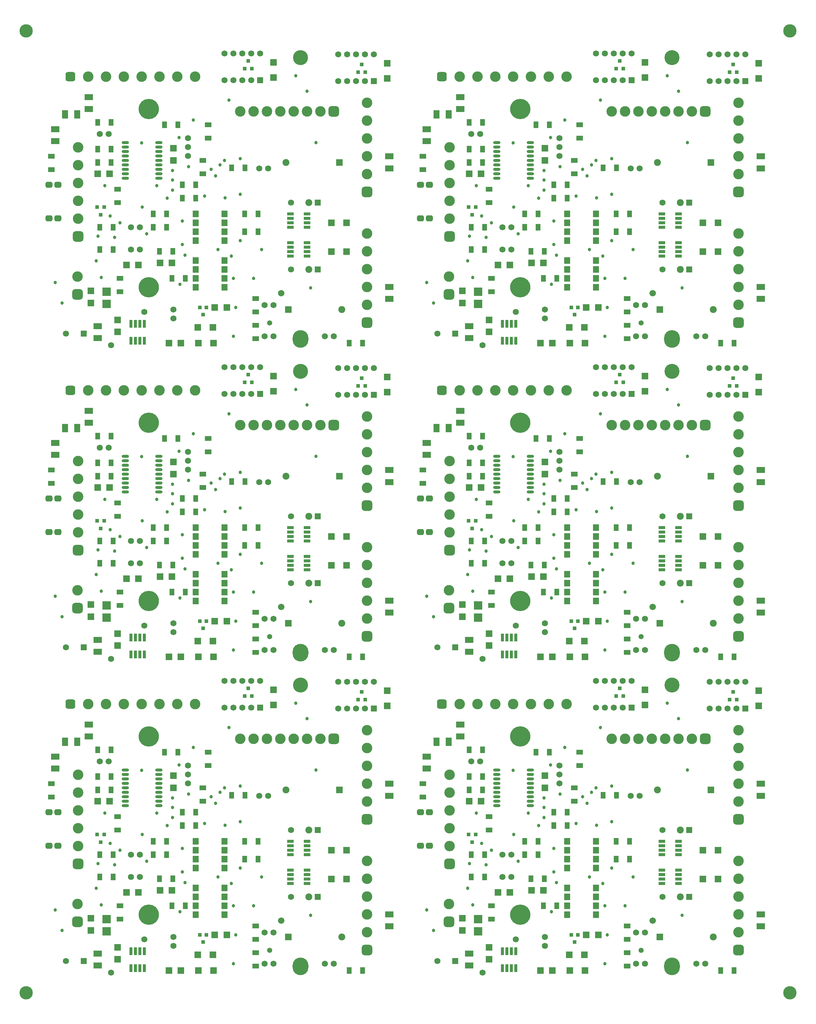
<source format=gts>
G04*
G04 #@! TF.GenerationSoftware,Altium Limited,Altium Designer,18.1.9 (240)*
G04*
G04 Layer_Color=8388736*
%FSLAX24Y24*%
%MOIN*%
G70*
G01*
G75*
%ADD55C,0.1500*%
%ADD56R,0.0680X0.0980*%
%ADD57R,0.0980X0.0680*%
%ADD58R,0.0720X0.0720*%
%ADD59R,0.0430X0.0390*%
%ADD60R,0.0780X0.0580*%
%ADD61R,0.0580X0.0780*%
%ADD62R,0.0720X0.0720*%
%ADD63R,0.0420X0.0420*%
G04:AMPARAMS|DCode=64|XSize=68mil|YSize=78mil|CornerRadius=19mil|HoleSize=0mil|Usage=FLASHONLY|Rotation=90.000|XOffset=0mil|YOffset=0mil|HoleType=Round|Shape=RoundedRectangle|*
%AMROUNDEDRECTD64*
21,1,0.0680,0.0400,0,0,90.0*
21,1,0.0300,0.0780,0,0,90.0*
1,1,0.0380,0.0200,0.0150*
1,1,0.0380,0.0200,-0.0150*
1,1,0.0380,-0.0200,-0.0150*
1,1,0.0380,-0.0200,0.0150*
%
%ADD64ROUNDEDRECTD64*%
%ADD65R,0.0340X0.0880*%
%ADD66R,0.0980X0.0980*%
%ADD67R,0.0680X0.0780*%
%ADD68R,0.0780X0.0360*%
%ADD69O,0.0820X0.0320*%
%ADD70C,0.0780*%
%ADD71C,0.0680*%
%ADD72C,0.2280*%
%ADD73R,0.0730X0.0730*%
%ADD74O,0.1780X0.1980*%
%ADD75R,0.0680X0.0680*%
%ADD76C,0.1680*%
%ADD77R,0.0680X0.0680*%
%ADD78C,0.1180*%
G04:AMPARAMS|DCode=79|XSize=108mil|YSize=108mil|CornerRadius=29mil|HoleSize=0mil|Usage=FLASHONLY|Rotation=270.000|XOffset=0mil|YOffset=0mil|HoleType=Round|Shape=RoundedRectangle|*
%AMROUNDEDRECTD79*
21,1,0.1080,0.0500,0,0,270.0*
21,1,0.0500,0.1080,0,0,270.0*
1,1,0.0580,-0.0250,-0.0250*
1,1,0.0580,-0.0250,0.0250*
1,1,0.0580,0.0250,0.0250*
1,1,0.0580,0.0250,-0.0250*
%
%ADD79ROUNDEDRECTD79*%
G04:AMPARAMS|DCode=80|XSize=118mil|YSize=118mil|CornerRadius=31.5mil|HoleSize=0mil|Usage=FLASHONLY|Rotation=180.000|XOffset=0mil|YOffset=0mil|HoleType=Round|Shape=RoundedRectangle|*
%AMROUNDEDRECTD80*
21,1,0.1180,0.0550,0,0,180.0*
21,1,0.0550,0.1180,0,0,180.0*
1,1,0.0630,-0.0275,0.0275*
1,1,0.0630,0.0275,0.0275*
1,1,0.0630,0.0275,-0.0275*
1,1,0.0630,-0.0275,-0.0275*
%
%ADD80ROUNDEDRECTD80*%
G04:AMPARAMS|DCode=81|XSize=118mil|YSize=118mil|CornerRadius=31.5mil|HoleSize=0mil|Usage=FLASHONLY|Rotation=270.000|XOffset=0mil|YOffset=0mil|HoleType=Round|Shape=RoundedRectangle|*
%AMROUNDEDRECTD81*
21,1,0.1180,0.0550,0,0,270.0*
21,1,0.0550,0.1180,0,0,270.0*
1,1,0.0630,-0.0275,-0.0275*
1,1,0.0630,-0.0275,0.0275*
1,1,0.0630,0.0275,0.0275*
1,1,0.0630,0.0275,-0.0275*
%
%ADD81ROUNDEDRECTD81*%
%ADD82C,0.0380*%
%ADD83C,0.0720*%
%ADD84C,0.0580*%
D55*
X1250Y1250D02*
D03*
X87000D02*
D03*
Y109200D02*
D03*
X1250D02*
D03*
D56*
X6975Y29425D02*
D03*
X5625D02*
D03*
X48675D02*
D03*
X47325D02*
D03*
X6975Y64625D02*
D03*
X5625D02*
D03*
X48675D02*
D03*
X47325D02*
D03*
X6975Y99825D02*
D03*
X5625D02*
D03*
X48675D02*
D03*
X47325D02*
D03*
D57*
X9275Y5675D02*
D03*
Y4325D02*
D03*
X8275Y30025D02*
D03*
Y31375D02*
D03*
X42025Y10075D02*
D03*
Y8725D02*
D03*
Y24725D02*
D03*
Y23375D02*
D03*
X4525Y27775D02*
D03*
Y26425D02*
D03*
X50975Y5675D02*
D03*
Y4325D02*
D03*
X49975Y30025D02*
D03*
Y31375D02*
D03*
X83725Y10075D02*
D03*
Y8725D02*
D03*
Y24725D02*
D03*
Y23375D02*
D03*
X46225Y27775D02*
D03*
Y26425D02*
D03*
X9275Y40875D02*
D03*
Y39525D02*
D03*
X8275Y65225D02*
D03*
Y66575D02*
D03*
X42025Y45275D02*
D03*
Y43925D02*
D03*
Y59925D02*
D03*
Y58575D02*
D03*
X4525Y62975D02*
D03*
Y61625D02*
D03*
X50975Y40875D02*
D03*
Y39525D02*
D03*
X49975Y65225D02*
D03*
Y66575D02*
D03*
X83725Y45275D02*
D03*
Y43925D02*
D03*
Y59925D02*
D03*
Y58575D02*
D03*
X46225Y62975D02*
D03*
Y61625D02*
D03*
X9275Y76075D02*
D03*
Y74725D02*
D03*
X8275Y100425D02*
D03*
Y101775D02*
D03*
X42025Y80475D02*
D03*
Y79125D02*
D03*
Y95125D02*
D03*
Y93775D02*
D03*
X4525Y98175D02*
D03*
Y96825D02*
D03*
X50975Y76075D02*
D03*
Y74725D02*
D03*
X49975Y100425D02*
D03*
Y101775D02*
D03*
X83725Y80475D02*
D03*
Y79125D02*
D03*
Y95125D02*
D03*
Y93775D02*
D03*
X46225Y98175D02*
D03*
Y96825D02*
D03*
D58*
X11525Y5025D02*
D03*
Y6365D02*
D03*
X17775Y24275D02*
D03*
Y25615D02*
D03*
X8525Y8275D02*
D03*
Y9615D02*
D03*
X41775Y35175D02*
D03*
Y33475D02*
D03*
X29025Y35275D02*
D03*
Y33575D02*
D03*
X53225Y5025D02*
D03*
Y6365D02*
D03*
X59475Y24275D02*
D03*
Y25615D02*
D03*
X50225Y8275D02*
D03*
Y9615D02*
D03*
X83475Y35175D02*
D03*
Y33475D02*
D03*
X70725Y35275D02*
D03*
Y33575D02*
D03*
X11525Y40225D02*
D03*
Y41565D02*
D03*
X17775Y59475D02*
D03*
Y60815D02*
D03*
X8525Y43475D02*
D03*
Y44815D02*
D03*
X41775Y70375D02*
D03*
Y68675D02*
D03*
X29025Y70475D02*
D03*
Y68775D02*
D03*
X53225Y40225D02*
D03*
Y41565D02*
D03*
X59475Y59475D02*
D03*
Y60815D02*
D03*
X50225Y43475D02*
D03*
Y44815D02*
D03*
X83475Y70375D02*
D03*
Y68675D02*
D03*
X70725Y70475D02*
D03*
Y68775D02*
D03*
X11525Y75425D02*
D03*
Y76765D02*
D03*
X17775Y94675D02*
D03*
Y96015D02*
D03*
X8525Y78675D02*
D03*
Y80015D02*
D03*
X41775Y105575D02*
D03*
Y103875D02*
D03*
X29025Y105675D02*
D03*
Y103975D02*
D03*
X53225Y75425D02*
D03*
Y76765D02*
D03*
X59475Y94675D02*
D03*
Y96015D02*
D03*
X50225Y78675D02*
D03*
Y80015D02*
D03*
X83475Y105575D02*
D03*
Y103875D02*
D03*
X70725Y105675D02*
D03*
Y103975D02*
D03*
D59*
X21495Y7765D02*
D03*
X21125Y6975D02*
D03*
X20755Y7765D02*
D03*
X63195D02*
D03*
X62825Y6975D02*
D03*
X62455Y7765D02*
D03*
X21495Y42965D02*
D03*
X21125Y42175D02*
D03*
X20755Y42965D02*
D03*
X63195D02*
D03*
X62825Y42175D02*
D03*
X62455Y42965D02*
D03*
X21495Y78165D02*
D03*
X21125Y77375D02*
D03*
X20755Y78165D02*
D03*
X63195D02*
D03*
X62825Y77375D02*
D03*
X62455Y78165D02*
D03*
D60*
X21675Y28275D02*
D03*
Y26775D02*
D03*
X27025Y4275D02*
D03*
Y5775D02*
D03*
Y7275D02*
D03*
Y8775D02*
D03*
X21075Y24275D02*
D03*
Y22775D02*
D03*
X11525Y21025D02*
D03*
Y19525D02*
D03*
X4075Y24725D02*
D03*
Y23225D02*
D03*
X11775Y11025D02*
D03*
Y9525D02*
D03*
X63375Y28275D02*
D03*
Y26775D02*
D03*
X68725Y4275D02*
D03*
Y5775D02*
D03*
Y7275D02*
D03*
Y8775D02*
D03*
X62775Y24275D02*
D03*
Y22775D02*
D03*
X53225Y21025D02*
D03*
Y19525D02*
D03*
X45775Y24725D02*
D03*
Y23225D02*
D03*
X53475Y11025D02*
D03*
Y9525D02*
D03*
X21675Y63475D02*
D03*
Y61975D02*
D03*
X27025Y39475D02*
D03*
Y40975D02*
D03*
Y42475D02*
D03*
Y43975D02*
D03*
X21075Y59475D02*
D03*
Y57975D02*
D03*
X11525Y56225D02*
D03*
Y54725D02*
D03*
X4075Y59925D02*
D03*
Y58425D02*
D03*
X11775Y46225D02*
D03*
Y44725D02*
D03*
X63375Y63475D02*
D03*
Y61975D02*
D03*
X68725Y39475D02*
D03*
Y40975D02*
D03*
Y42475D02*
D03*
Y43975D02*
D03*
X62775Y59475D02*
D03*
Y57975D02*
D03*
X53225Y56225D02*
D03*
Y54725D02*
D03*
X45775Y59925D02*
D03*
Y58425D02*
D03*
X53475Y46225D02*
D03*
Y44725D02*
D03*
X21675Y98675D02*
D03*
Y97175D02*
D03*
X27025Y74675D02*
D03*
Y76175D02*
D03*
Y77675D02*
D03*
Y79175D02*
D03*
X21075Y94675D02*
D03*
Y93175D02*
D03*
X11525Y91425D02*
D03*
Y89925D02*
D03*
X4075Y95125D02*
D03*
Y93625D02*
D03*
X11775Y81425D02*
D03*
Y79925D02*
D03*
X63375Y98675D02*
D03*
Y97175D02*
D03*
X68725Y74675D02*
D03*
Y76175D02*
D03*
Y77675D02*
D03*
Y79175D02*
D03*
X62775Y94675D02*
D03*
Y93175D02*
D03*
X53225Y91425D02*
D03*
Y89925D02*
D03*
X45775Y95125D02*
D03*
Y93625D02*
D03*
X53475Y81425D02*
D03*
Y79925D02*
D03*
D61*
X9525Y14275D02*
D03*
X11025D02*
D03*
X9525Y16775D02*
D03*
X11025D02*
D03*
X10775Y25525D02*
D03*
X9275D02*
D03*
Y28525D02*
D03*
X10775D02*
D03*
X27275Y16275D02*
D03*
X25775D02*
D03*
X10775Y24025D02*
D03*
X9275D02*
D03*
X27275Y18275D02*
D03*
X25775D02*
D03*
X37525Y3775D02*
D03*
X39025D02*
D03*
X25825Y23425D02*
D03*
X24325D02*
D03*
X17725Y14075D02*
D03*
X16225D02*
D03*
X15525Y16775D02*
D03*
X17025D02*
D03*
X20275Y20025D02*
D03*
X18775D02*
D03*
X16775Y28275D02*
D03*
X18275D02*
D03*
X18775Y21525D02*
D03*
X20275D02*
D03*
X15525Y18275D02*
D03*
X17025D02*
D03*
X17625Y11025D02*
D03*
X19125D02*
D03*
X51225Y14275D02*
D03*
X52725D02*
D03*
X51225Y16775D02*
D03*
X52725D02*
D03*
X52475Y25525D02*
D03*
X50975D02*
D03*
Y28525D02*
D03*
X52475D02*
D03*
X68975Y16275D02*
D03*
X67475D02*
D03*
X52475Y24025D02*
D03*
X50975D02*
D03*
X68975Y18275D02*
D03*
X67475D02*
D03*
X79225Y3775D02*
D03*
X80725D02*
D03*
X67525Y23425D02*
D03*
X66025D02*
D03*
X59425Y14075D02*
D03*
X57925D02*
D03*
X57225Y16775D02*
D03*
X58725D02*
D03*
X61975Y20025D02*
D03*
X60475D02*
D03*
X58475Y28275D02*
D03*
X59975D02*
D03*
X60475Y21525D02*
D03*
X61975D02*
D03*
X57225Y18275D02*
D03*
X58725D02*
D03*
X59325Y11025D02*
D03*
X60825D02*
D03*
X9525Y49475D02*
D03*
X11025D02*
D03*
X9525Y51975D02*
D03*
X11025D02*
D03*
X10775Y60725D02*
D03*
X9275D02*
D03*
Y63725D02*
D03*
X10775D02*
D03*
X27275Y51475D02*
D03*
X25775D02*
D03*
X10775Y59225D02*
D03*
X9275D02*
D03*
X27275Y53475D02*
D03*
X25775D02*
D03*
X37525Y38975D02*
D03*
X39025D02*
D03*
X25825Y58625D02*
D03*
X24325D02*
D03*
X17725Y49275D02*
D03*
X16225D02*
D03*
X15525Y51975D02*
D03*
X17025D02*
D03*
X20275Y55225D02*
D03*
X18775D02*
D03*
X16775Y63475D02*
D03*
X18275D02*
D03*
X18775Y56725D02*
D03*
X20275D02*
D03*
X15525Y53475D02*
D03*
X17025D02*
D03*
X17625Y46225D02*
D03*
X19125D02*
D03*
X51225Y49475D02*
D03*
X52725D02*
D03*
X51225Y51975D02*
D03*
X52725D02*
D03*
X52475Y60725D02*
D03*
X50975D02*
D03*
Y63725D02*
D03*
X52475D02*
D03*
X68975Y51475D02*
D03*
X67475D02*
D03*
X52475Y59225D02*
D03*
X50975D02*
D03*
X68975Y53475D02*
D03*
X67475D02*
D03*
X79225Y38975D02*
D03*
X80725D02*
D03*
X67525Y58625D02*
D03*
X66025D02*
D03*
X59425Y49275D02*
D03*
X57925D02*
D03*
X57225Y51975D02*
D03*
X58725D02*
D03*
X61975Y55225D02*
D03*
X60475D02*
D03*
X58475Y63475D02*
D03*
X59975D02*
D03*
X60475Y56725D02*
D03*
X61975D02*
D03*
X57225Y53475D02*
D03*
X58725D02*
D03*
X59325Y46225D02*
D03*
X60825D02*
D03*
X9525Y84675D02*
D03*
X11025D02*
D03*
X9525Y87175D02*
D03*
X11025D02*
D03*
X10775Y95925D02*
D03*
X9275D02*
D03*
Y98925D02*
D03*
X10775D02*
D03*
X27275Y86675D02*
D03*
X25775D02*
D03*
X10775Y94425D02*
D03*
X9275D02*
D03*
X27275Y88675D02*
D03*
X25775D02*
D03*
X37525Y74175D02*
D03*
X39025D02*
D03*
X25825Y93825D02*
D03*
X24325D02*
D03*
X17725Y84475D02*
D03*
X16225D02*
D03*
X15525Y87175D02*
D03*
X17025D02*
D03*
X20275Y90425D02*
D03*
X18775D02*
D03*
X16775Y98675D02*
D03*
X18275D02*
D03*
X18775Y91925D02*
D03*
X20275D02*
D03*
X15525Y88675D02*
D03*
X17025D02*
D03*
X17625Y81425D02*
D03*
X19125D02*
D03*
X51225Y84675D02*
D03*
X52725D02*
D03*
X51225Y87175D02*
D03*
X52725D02*
D03*
X52475Y95925D02*
D03*
X50975D02*
D03*
Y98925D02*
D03*
X52475D02*
D03*
X68975Y86675D02*
D03*
X67475D02*
D03*
X52475Y94425D02*
D03*
X50975D02*
D03*
X68975Y88675D02*
D03*
X67475D02*
D03*
X79225Y74175D02*
D03*
X80725D02*
D03*
X67525Y93825D02*
D03*
X66025D02*
D03*
X59425Y84475D02*
D03*
X57925D02*
D03*
X57225Y87175D02*
D03*
X58725D02*
D03*
X61975Y90425D02*
D03*
X60475D02*
D03*
X58475Y98675D02*
D03*
X59975D02*
D03*
X60475Y91925D02*
D03*
X61975D02*
D03*
X57225Y88675D02*
D03*
X58725D02*
D03*
X59325Y81425D02*
D03*
X60825D02*
D03*
D62*
X9275Y22775D02*
D03*
X10615D02*
D03*
X12525Y12525D02*
D03*
X13865D02*
D03*
X22275Y3775D02*
D03*
X20575D02*
D03*
X20525Y5525D02*
D03*
X22225D02*
D03*
X23775Y7775D02*
D03*
X22435D02*
D03*
X35525Y17275D02*
D03*
X37225D02*
D03*
X35525Y14025D02*
D03*
X37225D02*
D03*
X17275Y3775D02*
D03*
X18615D02*
D03*
X16275Y12775D02*
D03*
X17615D02*
D03*
X50975Y22775D02*
D03*
X52315D02*
D03*
X54225Y12525D02*
D03*
X55565D02*
D03*
X63975Y3775D02*
D03*
X62275D02*
D03*
X62225Y5525D02*
D03*
X63925D02*
D03*
X65475Y7775D02*
D03*
X64135D02*
D03*
X77225Y17275D02*
D03*
X78925D02*
D03*
X77225Y14025D02*
D03*
X78925D02*
D03*
X58975Y3775D02*
D03*
X60315D02*
D03*
X57975Y12775D02*
D03*
X59315D02*
D03*
X9275Y57975D02*
D03*
X10615D02*
D03*
X12525Y47725D02*
D03*
X13865D02*
D03*
X22275Y38975D02*
D03*
X20575D02*
D03*
X20525Y40725D02*
D03*
X22225D02*
D03*
X23775Y42975D02*
D03*
X22435D02*
D03*
X35525Y52475D02*
D03*
X37225D02*
D03*
X35525Y49225D02*
D03*
X37225D02*
D03*
X17275Y38975D02*
D03*
X18615D02*
D03*
X16275Y47975D02*
D03*
X17615D02*
D03*
X50975Y57975D02*
D03*
X52315D02*
D03*
X54225Y47725D02*
D03*
X55565D02*
D03*
X63975Y38975D02*
D03*
X62275D02*
D03*
X62225Y40725D02*
D03*
X63925D02*
D03*
X65475Y42975D02*
D03*
X64135D02*
D03*
X77225Y52475D02*
D03*
X78925D02*
D03*
X77225Y49225D02*
D03*
X78925D02*
D03*
X58975Y38975D02*
D03*
X60315D02*
D03*
X57975Y47975D02*
D03*
X59315D02*
D03*
X9275Y93175D02*
D03*
X10615D02*
D03*
X12525Y82925D02*
D03*
X13865D02*
D03*
X22275Y74175D02*
D03*
X20575D02*
D03*
X20525Y75925D02*
D03*
X22225D02*
D03*
X23775Y78175D02*
D03*
X22435D02*
D03*
X35525Y87675D02*
D03*
X37225D02*
D03*
X35525Y84425D02*
D03*
X37225D02*
D03*
X17275Y74175D02*
D03*
X18615D02*
D03*
X16275Y83175D02*
D03*
X17615D02*
D03*
X50975Y93175D02*
D03*
X52315D02*
D03*
X54225Y82925D02*
D03*
X55565D02*
D03*
X63975Y74175D02*
D03*
X62275D02*
D03*
X62225Y75925D02*
D03*
X63925D02*
D03*
X65475Y78175D02*
D03*
X64135D02*
D03*
X77225Y87675D02*
D03*
X78925D02*
D03*
X77225Y84425D02*
D03*
X78925D02*
D03*
X58975Y74175D02*
D03*
X60315D02*
D03*
X57975Y83175D02*
D03*
X59315D02*
D03*
D63*
X25775Y34575D02*
D03*
X26575D02*
D03*
X26175Y35445D02*
D03*
X38525Y34175D02*
D03*
X39325D02*
D03*
X38925Y35045D02*
D03*
X10025Y19025D02*
D03*
X9225D02*
D03*
X9625Y18155D02*
D03*
X67475Y34575D02*
D03*
X68275D02*
D03*
X67875Y35445D02*
D03*
X80225Y34175D02*
D03*
X81025D02*
D03*
X80625Y35045D02*
D03*
X51725Y19025D02*
D03*
X50925D02*
D03*
X51325Y18155D02*
D03*
X25775Y69775D02*
D03*
X26575D02*
D03*
X26175Y70645D02*
D03*
X38525Y69375D02*
D03*
X39325D02*
D03*
X38925Y70245D02*
D03*
X10025Y54225D02*
D03*
X9225D02*
D03*
X9625Y53355D02*
D03*
X67475Y69775D02*
D03*
X68275D02*
D03*
X67875Y70645D02*
D03*
X80225Y69375D02*
D03*
X81025D02*
D03*
X80625Y70245D02*
D03*
X51725Y54225D02*
D03*
X50925D02*
D03*
X51325Y53355D02*
D03*
X25775Y104975D02*
D03*
X26575D02*
D03*
X26175Y105845D02*
D03*
X38525Y104575D02*
D03*
X39325D02*
D03*
X38925Y105445D02*
D03*
X10025Y89425D02*
D03*
X9225D02*
D03*
X9625Y88555D02*
D03*
X67475Y104975D02*
D03*
X68275D02*
D03*
X67875Y105845D02*
D03*
X80225Y104575D02*
D03*
X81025D02*
D03*
X80625Y105445D02*
D03*
X51725Y89425D02*
D03*
X50925D02*
D03*
X51325Y88555D02*
D03*
D64*
X4825Y17775D02*
D03*
Y21525D02*
D03*
X3825Y17775D02*
D03*
Y21525D02*
D03*
X46525Y17775D02*
D03*
Y21525D02*
D03*
X45525Y17775D02*
D03*
Y21525D02*
D03*
X4825Y52975D02*
D03*
Y56725D02*
D03*
X3825Y52975D02*
D03*
Y56725D02*
D03*
X46525Y52975D02*
D03*
Y56725D02*
D03*
X45525Y52975D02*
D03*
Y56725D02*
D03*
X4825Y88175D02*
D03*
Y91925D02*
D03*
X3825Y88175D02*
D03*
Y91925D02*
D03*
X46525Y88175D02*
D03*
Y91925D02*
D03*
X45525Y88175D02*
D03*
Y91925D02*
D03*
D65*
X14025Y5925D02*
D03*
X13525D02*
D03*
X14525D02*
D03*
X13025D02*
D03*
Y4025D02*
D03*
X13525D02*
D03*
X14025D02*
D03*
X14525D02*
D03*
X55725Y5925D02*
D03*
X55225D02*
D03*
X56225D02*
D03*
X54725D02*
D03*
Y4025D02*
D03*
X55225D02*
D03*
X55725D02*
D03*
X56225D02*
D03*
X14025Y41125D02*
D03*
X13525D02*
D03*
X14525D02*
D03*
X13025D02*
D03*
Y39225D02*
D03*
X13525D02*
D03*
X14025D02*
D03*
X14525D02*
D03*
X55725Y41125D02*
D03*
X55225D02*
D03*
X56225D02*
D03*
X54725D02*
D03*
Y39225D02*
D03*
X55225D02*
D03*
X55725D02*
D03*
X56225D02*
D03*
X14025Y76325D02*
D03*
X13525D02*
D03*
X14525D02*
D03*
X13025D02*
D03*
Y74425D02*
D03*
X13525D02*
D03*
X14025D02*
D03*
X14525D02*
D03*
X55725Y76325D02*
D03*
X55225D02*
D03*
X56225D02*
D03*
X54725D02*
D03*
Y74425D02*
D03*
X55225D02*
D03*
X55725D02*
D03*
X56225D02*
D03*
D66*
X10275Y9525D02*
D03*
Y8175D02*
D03*
X51975Y9525D02*
D03*
Y8175D02*
D03*
X10275Y44725D02*
D03*
Y43375D02*
D03*
X51975Y44725D02*
D03*
Y43375D02*
D03*
X10275Y79925D02*
D03*
Y78575D02*
D03*
X51975Y79925D02*
D03*
Y78575D02*
D03*
D67*
X20275Y16275D02*
D03*
Y15275D02*
D03*
Y18275D02*
D03*
Y17275D02*
D03*
X23525Y15275D02*
D03*
Y16275D02*
D03*
Y17275D02*
D03*
Y18275D02*
D03*
Y12025D02*
D03*
Y13025D02*
D03*
Y10025D02*
D03*
Y11025D02*
D03*
X20275Y13025D02*
D03*
Y12025D02*
D03*
Y11025D02*
D03*
Y10025D02*
D03*
X61975Y16275D02*
D03*
Y15275D02*
D03*
Y18275D02*
D03*
Y17275D02*
D03*
X65225Y15275D02*
D03*
Y16275D02*
D03*
Y17275D02*
D03*
Y18275D02*
D03*
Y12025D02*
D03*
Y13025D02*
D03*
Y10025D02*
D03*
Y11025D02*
D03*
X61975Y13025D02*
D03*
Y12025D02*
D03*
Y11025D02*
D03*
Y10025D02*
D03*
X20275Y51475D02*
D03*
Y50475D02*
D03*
Y53475D02*
D03*
Y52475D02*
D03*
X23525Y50475D02*
D03*
Y51475D02*
D03*
Y52475D02*
D03*
Y53475D02*
D03*
Y47225D02*
D03*
Y48225D02*
D03*
Y45225D02*
D03*
Y46225D02*
D03*
X20275Y48225D02*
D03*
Y47225D02*
D03*
Y46225D02*
D03*
Y45225D02*
D03*
X61975Y51475D02*
D03*
Y50475D02*
D03*
Y53475D02*
D03*
Y52475D02*
D03*
X65225Y50475D02*
D03*
Y51475D02*
D03*
Y52475D02*
D03*
Y53475D02*
D03*
Y47225D02*
D03*
Y48225D02*
D03*
Y45225D02*
D03*
Y46225D02*
D03*
X61975Y48225D02*
D03*
Y47225D02*
D03*
Y46225D02*
D03*
Y45225D02*
D03*
X20275Y86675D02*
D03*
Y85675D02*
D03*
Y88675D02*
D03*
Y87675D02*
D03*
X23525Y85675D02*
D03*
Y86675D02*
D03*
Y87675D02*
D03*
Y88675D02*
D03*
Y82425D02*
D03*
Y83425D02*
D03*
Y80425D02*
D03*
Y81425D02*
D03*
X20275Y83425D02*
D03*
Y82425D02*
D03*
Y81425D02*
D03*
Y80425D02*
D03*
X61975Y86675D02*
D03*
Y85675D02*
D03*
Y88675D02*
D03*
Y87675D02*
D03*
X65225Y85675D02*
D03*
Y86675D02*
D03*
Y87675D02*
D03*
Y88675D02*
D03*
Y82425D02*
D03*
Y83425D02*
D03*
Y80425D02*
D03*
Y81425D02*
D03*
X61975Y83425D02*
D03*
Y82425D02*
D03*
Y81425D02*
D03*
Y80425D02*
D03*
D68*
X32775Y15025D02*
D03*
Y13525D02*
D03*
Y14025D02*
D03*
Y14525D02*
D03*
X30925Y15025D02*
D03*
Y14025D02*
D03*
Y13525D02*
D03*
Y14525D02*
D03*
X32775Y18275D02*
D03*
Y16775D02*
D03*
Y17275D02*
D03*
Y17775D02*
D03*
X30925Y18275D02*
D03*
Y17275D02*
D03*
Y16775D02*
D03*
Y17775D02*
D03*
X74475Y15025D02*
D03*
Y13525D02*
D03*
Y14025D02*
D03*
Y14525D02*
D03*
X72625Y15025D02*
D03*
Y14025D02*
D03*
Y13525D02*
D03*
Y14525D02*
D03*
X74475Y18275D02*
D03*
Y16775D02*
D03*
Y17275D02*
D03*
Y17775D02*
D03*
X72625Y18275D02*
D03*
Y17275D02*
D03*
Y16775D02*
D03*
Y17775D02*
D03*
X32775Y50225D02*
D03*
Y48725D02*
D03*
Y49225D02*
D03*
Y49725D02*
D03*
X30925Y50225D02*
D03*
Y49225D02*
D03*
Y48725D02*
D03*
Y49725D02*
D03*
X32775Y53475D02*
D03*
Y51975D02*
D03*
Y52475D02*
D03*
Y52975D02*
D03*
X30925Y53475D02*
D03*
Y52475D02*
D03*
Y51975D02*
D03*
Y52975D02*
D03*
X74475Y50225D02*
D03*
Y48725D02*
D03*
Y49225D02*
D03*
Y49725D02*
D03*
X72625Y50225D02*
D03*
Y49225D02*
D03*
Y48725D02*
D03*
Y49725D02*
D03*
X74475Y53475D02*
D03*
Y51975D02*
D03*
Y52475D02*
D03*
Y52975D02*
D03*
X72625Y53475D02*
D03*
Y52475D02*
D03*
Y51975D02*
D03*
Y52975D02*
D03*
X32775Y85425D02*
D03*
Y83925D02*
D03*
Y84425D02*
D03*
Y84925D02*
D03*
X30925Y85425D02*
D03*
Y84425D02*
D03*
Y83925D02*
D03*
Y84925D02*
D03*
X32775Y88675D02*
D03*
Y87175D02*
D03*
Y87675D02*
D03*
Y88175D02*
D03*
X30925Y88675D02*
D03*
Y87675D02*
D03*
Y87175D02*
D03*
Y88175D02*
D03*
X74475Y85425D02*
D03*
Y83925D02*
D03*
Y84425D02*
D03*
Y84925D02*
D03*
X72625Y85425D02*
D03*
Y84425D02*
D03*
Y83925D02*
D03*
Y84925D02*
D03*
X74475Y88675D02*
D03*
Y87175D02*
D03*
Y87675D02*
D03*
Y88175D02*
D03*
X72625Y88675D02*
D03*
Y87675D02*
D03*
Y87175D02*
D03*
Y88175D02*
D03*
D69*
X12395Y26275D02*
D03*
X16155D02*
D03*
X12395Y24275D02*
D03*
Y24775D02*
D03*
Y25275D02*
D03*
X16155Y24275D02*
D03*
Y24775D02*
D03*
Y25275D02*
D03*
X12395Y23775D02*
D03*
Y23275D02*
D03*
Y22775D02*
D03*
Y22275D02*
D03*
X16155Y23775D02*
D03*
Y23275D02*
D03*
Y22775D02*
D03*
Y22275D02*
D03*
Y25775D02*
D03*
X12395D02*
D03*
X54095Y26275D02*
D03*
X57855D02*
D03*
X54095Y24275D02*
D03*
Y24775D02*
D03*
Y25275D02*
D03*
X57855Y24275D02*
D03*
Y24775D02*
D03*
Y25275D02*
D03*
X54095Y23775D02*
D03*
Y23275D02*
D03*
Y22775D02*
D03*
Y22275D02*
D03*
X57855Y23775D02*
D03*
Y23275D02*
D03*
Y22775D02*
D03*
Y22275D02*
D03*
Y25775D02*
D03*
X54095D02*
D03*
X12395Y61475D02*
D03*
X16155D02*
D03*
X12395Y59475D02*
D03*
Y59975D02*
D03*
Y60475D02*
D03*
X16155Y59475D02*
D03*
Y59975D02*
D03*
Y60475D02*
D03*
X12395Y58975D02*
D03*
Y58475D02*
D03*
Y57975D02*
D03*
Y57475D02*
D03*
X16155Y58975D02*
D03*
Y58475D02*
D03*
Y57975D02*
D03*
Y57475D02*
D03*
Y60975D02*
D03*
X12395D02*
D03*
X54095Y61475D02*
D03*
X57855D02*
D03*
X54095Y59475D02*
D03*
Y59975D02*
D03*
Y60475D02*
D03*
X57855Y59475D02*
D03*
Y59975D02*
D03*
Y60475D02*
D03*
X54095Y58975D02*
D03*
Y58475D02*
D03*
Y57975D02*
D03*
Y57475D02*
D03*
X57855Y58975D02*
D03*
Y58475D02*
D03*
Y57975D02*
D03*
Y57475D02*
D03*
Y60975D02*
D03*
X54095D02*
D03*
X12395Y96675D02*
D03*
X16155D02*
D03*
X12395Y94675D02*
D03*
Y95175D02*
D03*
Y95675D02*
D03*
X16155Y94675D02*
D03*
Y95175D02*
D03*
Y95675D02*
D03*
X12395Y94175D02*
D03*
Y93675D02*
D03*
Y93175D02*
D03*
Y92675D02*
D03*
X16155Y94175D02*
D03*
Y93675D02*
D03*
Y93175D02*
D03*
Y92675D02*
D03*
Y96175D02*
D03*
X12395D02*
D03*
X54095Y96675D02*
D03*
X57855D02*
D03*
X54095Y94675D02*
D03*
Y95175D02*
D03*
Y95675D02*
D03*
X57855Y94675D02*
D03*
Y95175D02*
D03*
Y95675D02*
D03*
X54095Y94175D02*
D03*
Y93675D02*
D03*
Y93175D02*
D03*
Y92675D02*
D03*
X57855Y94175D02*
D03*
Y93675D02*
D03*
Y93175D02*
D03*
Y92675D02*
D03*
Y96175D02*
D03*
X54095D02*
D03*
D70*
X32975Y12025D02*
D03*
Y19525D02*
D03*
X36675Y7525D02*
D03*
X30425Y24025D02*
D03*
X74675Y12025D02*
D03*
Y19525D02*
D03*
X78375Y7525D02*
D03*
X72125Y24025D02*
D03*
X32975Y47225D02*
D03*
Y54725D02*
D03*
X36675Y42725D02*
D03*
X30425Y59225D02*
D03*
X74675Y47225D02*
D03*
Y54725D02*
D03*
X78375Y42725D02*
D03*
X72125Y59225D02*
D03*
X32975Y82425D02*
D03*
Y89925D02*
D03*
X36675Y77925D02*
D03*
X30425Y94425D02*
D03*
X74675Y82425D02*
D03*
Y89925D02*
D03*
X78375Y77925D02*
D03*
X72125Y94425D02*
D03*
D71*
X14025Y14275D02*
D03*
X13025D02*
D03*
X14025Y16775D02*
D03*
X13025D02*
D03*
X14525Y7275D02*
D03*
X10775Y3525D02*
D03*
X10525Y27225D02*
D03*
X9525D02*
D03*
X19425Y25775D02*
D03*
Y26775D02*
D03*
Y24775D02*
D03*
X34775Y4525D02*
D03*
X35775D02*
D03*
X23525Y33275D02*
D03*
X24525D02*
D03*
X26525D02*
D03*
X23525Y36275D02*
D03*
X24525D02*
D03*
X26525D02*
D03*
X27525D02*
D03*
X25525Y33275D02*
D03*
Y36275D02*
D03*
X28425Y23375D02*
D03*
X27425D02*
D03*
X17775Y7525D02*
D03*
Y6525D02*
D03*
X29025Y4525D02*
D03*
X28025D02*
D03*
X29025Y8025D02*
D03*
X28025D02*
D03*
X5725Y4825D02*
D03*
X36275Y33175D02*
D03*
X37275D02*
D03*
X39275D02*
D03*
X36275Y36175D02*
D03*
X37275D02*
D03*
X39275D02*
D03*
X40275D02*
D03*
X38275Y33175D02*
D03*
Y36175D02*
D03*
X30975Y19525D02*
D03*
Y12025D02*
D03*
X55725Y14275D02*
D03*
X54725D02*
D03*
X55725Y16775D02*
D03*
X54725D02*
D03*
X56225Y7275D02*
D03*
X52475Y3525D02*
D03*
X52225Y27225D02*
D03*
X51225D02*
D03*
X61125Y25775D02*
D03*
Y26775D02*
D03*
Y24775D02*
D03*
X76475Y4525D02*
D03*
X77475D02*
D03*
X65225Y33275D02*
D03*
X66225D02*
D03*
X68225D02*
D03*
X65225Y36275D02*
D03*
X66225D02*
D03*
X68225D02*
D03*
X69225D02*
D03*
X67225Y33275D02*
D03*
Y36275D02*
D03*
X70125Y23375D02*
D03*
X69125D02*
D03*
X59475Y7525D02*
D03*
Y6525D02*
D03*
X70725Y4525D02*
D03*
X69725D02*
D03*
X70725Y8025D02*
D03*
X69725D02*
D03*
X47425Y4825D02*
D03*
X77975Y33175D02*
D03*
X78975D02*
D03*
X80975D02*
D03*
X77975Y36175D02*
D03*
X78975D02*
D03*
X80975D02*
D03*
X81975D02*
D03*
X79975Y33175D02*
D03*
Y36175D02*
D03*
X72675Y19525D02*
D03*
Y12025D02*
D03*
X14025Y49475D02*
D03*
X13025D02*
D03*
X14025Y51975D02*
D03*
X13025D02*
D03*
X14525Y42475D02*
D03*
X10775Y38725D02*
D03*
X10525Y62425D02*
D03*
X9525D02*
D03*
X19425Y60975D02*
D03*
Y61975D02*
D03*
Y59975D02*
D03*
X34775Y39725D02*
D03*
X35775D02*
D03*
X23525Y68475D02*
D03*
X24525D02*
D03*
X26525D02*
D03*
X23525Y71475D02*
D03*
X24525D02*
D03*
X26525D02*
D03*
X27525D02*
D03*
X25525Y68475D02*
D03*
Y71475D02*
D03*
X28425Y58575D02*
D03*
X27425D02*
D03*
X17775Y42725D02*
D03*
Y41725D02*
D03*
X29025Y39725D02*
D03*
X28025D02*
D03*
X29025Y43225D02*
D03*
X28025D02*
D03*
X5725Y40025D02*
D03*
X36275Y68375D02*
D03*
X37275D02*
D03*
X39275D02*
D03*
X36275Y71375D02*
D03*
X37275D02*
D03*
X39275D02*
D03*
X40275D02*
D03*
X38275Y68375D02*
D03*
Y71375D02*
D03*
X30975Y54725D02*
D03*
Y47225D02*
D03*
X55725Y49475D02*
D03*
X54725D02*
D03*
X55725Y51975D02*
D03*
X54725D02*
D03*
X56225Y42475D02*
D03*
X52475Y38725D02*
D03*
X52225Y62425D02*
D03*
X51225D02*
D03*
X61125Y60975D02*
D03*
Y61975D02*
D03*
Y59975D02*
D03*
X76475Y39725D02*
D03*
X77475D02*
D03*
X65225Y68475D02*
D03*
X66225D02*
D03*
X68225D02*
D03*
X65225Y71475D02*
D03*
X66225D02*
D03*
X68225D02*
D03*
X69225D02*
D03*
X67225Y68475D02*
D03*
Y71475D02*
D03*
X70125Y58575D02*
D03*
X69125D02*
D03*
X59475Y42725D02*
D03*
Y41725D02*
D03*
X70725Y39725D02*
D03*
X69725D02*
D03*
X70725Y43225D02*
D03*
X69725D02*
D03*
X47425Y40025D02*
D03*
X77975Y68375D02*
D03*
X78975D02*
D03*
X80975D02*
D03*
X77975Y71375D02*
D03*
X78975D02*
D03*
X80975D02*
D03*
X81975D02*
D03*
X79975Y68375D02*
D03*
Y71375D02*
D03*
X72675Y54725D02*
D03*
Y47225D02*
D03*
X14025Y84675D02*
D03*
X13025D02*
D03*
X14025Y87175D02*
D03*
X13025D02*
D03*
X14525Y77675D02*
D03*
X10775Y73925D02*
D03*
X10525Y97625D02*
D03*
X9525D02*
D03*
X19425Y96175D02*
D03*
Y97175D02*
D03*
Y95175D02*
D03*
X34775Y74925D02*
D03*
X35775D02*
D03*
X23525Y103675D02*
D03*
X24525D02*
D03*
X26525D02*
D03*
X23525Y106675D02*
D03*
X24525D02*
D03*
X26525D02*
D03*
X27525D02*
D03*
X25525Y103675D02*
D03*
Y106675D02*
D03*
X28425Y93775D02*
D03*
X27425D02*
D03*
X17775Y77925D02*
D03*
Y76925D02*
D03*
X29025Y74925D02*
D03*
X28025D02*
D03*
X29025Y78425D02*
D03*
X28025D02*
D03*
X5725Y75225D02*
D03*
X36275Y103575D02*
D03*
X37275D02*
D03*
X39275D02*
D03*
X36275Y106575D02*
D03*
X37275D02*
D03*
X39275D02*
D03*
X40275D02*
D03*
X38275Y103575D02*
D03*
Y106575D02*
D03*
X30975Y89925D02*
D03*
Y82425D02*
D03*
X55725Y84675D02*
D03*
X54725D02*
D03*
X55725Y87175D02*
D03*
X54725D02*
D03*
X56225Y77675D02*
D03*
X52475Y73925D02*
D03*
X52225Y97625D02*
D03*
X51225D02*
D03*
X61125Y96175D02*
D03*
Y97175D02*
D03*
Y95175D02*
D03*
X76475Y74925D02*
D03*
X77475D02*
D03*
X65225Y103675D02*
D03*
X66225D02*
D03*
X68225D02*
D03*
X65225Y106675D02*
D03*
X66225D02*
D03*
X68225D02*
D03*
X69225D02*
D03*
X67225Y103675D02*
D03*
Y106675D02*
D03*
X70125Y93775D02*
D03*
X69125D02*
D03*
X59475Y77925D02*
D03*
Y76925D02*
D03*
X70725Y74925D02*
D03*
X69725D02*
D03*
X70725Y78425D02*
D03*
X69725D02*
D03*
X47425Y75225D02*
D03*
X77975Y103575D02*
D03*
X78975D02*
D03*
X80975D02*
D03*
X77975Y106575D02*
D03*
X78975D02*
D03*
X80975D02*
D03*
X81975D02*
D03*
X79975Y103575D02*
D03*
Y106575D02*
D03*
X72675Y89925D02*
D03*
Y82425D02*
D03*
D72*
X15025Y30025D02*
D03*
Y10025D02*
D03*
X56725Y30025D02*
D03*
Y10025D02*
D03*
X15025Y65225D02*
D03*
Y45225D02*
D03*
X56725Y65225D02*
D03*
Y45225D02*
D03*
X15025Y100425D02*
D03*
Y80425D02*
D03*
X56725Y100425D02*
D03*
Y80425D02*
D03*
D73*
X30675Y7525D02*
D03*
X36425Y24025D02*
D03*
X72375Y7525D02*
D03*
X78125Y24025D02*
D03*
X30675Y42725D02*
D03*
X36425Y59225D02*
D03*
X72375Y42725D02*
D03*
X78125Y59225D02*
D03*
X30675Y77925D02*
D03*
X36425Y94425D02*
D03*
X72375Y77925D02*
D03*
X78125Y94425D02*
D03*
D74*
X32055Y4245D02*
D03*
X73755D02*
D03*
X32055Y39445D02*
D03*
X73755D02*
D03*
X32055Y74645D02*
D03*
X73755D02*
D03*
D75*
X27525Y33275D02*
D03*
X40275Y33175D02*
D03*
X69225Y33275D02*
D03*
X81975Y33175D02*
D03*
X27525Y68475D02*
D03*
X40275Y68375D02*
D03*
X69225Y68475D02*
D03*
X81975Y68375D02*
D03*
X27525Y103675D02*
D03*
X40275Y103575D02*
D03*
X69225Y103675D02*
D03*
X81975Y103575D02*
D03*
D76*
X32055Y35805D02*
D03*
X73755D02*
D03*
X32055Y71005D02*
D03*
X73755D02*
D03*
X32055Y106205D02*
D03*
X73755D02*
D03*
D77*
X7725Y4825D02*
D03*
X33975Y19525D02*
D03*
Y12025D02*
D03*
X49425Y4825D02*
D03*
X75675Y19525D02*
D03*
Y12025D02*
D03*
X7725Y40025D02*
D03*
X33975Y54725D02*
D03*
Y47225D02*
D03*
X49425Y40025D02*
D03*
X75675Y54725D02*
D03*
Y47225D02*
D03*
X7725Y75225D02*
D03*
X33975Y89925D02*
D03*
Y82425D02*
D03*
X49425Y75225D02*
D03*
X75675Y89925D02*
D03*
Y82425D02*
D03*
D78*
X20225Y33675D02*
D03*
X18225D02*
D03*
X14225D02*
D03*
X12225D02*
D03*
X8225D02*
D03*
X16225D02*
D03*
X10225D02*
D03*
X7025Y11225D02*
D03*
X7075Y19725D02*
D03*
Y21725D02*
D03*
Y25725D02*
D03*
Y17725D02*
D03*
Y23725D02*
D03*
X39525Y24725D02*
D03*
Y26725D02*
D03*
Y30725D02*
D03*
Y22725D02*
D03*
Y28725D02*
D03*
Y10075D02*
D03*
Y12075D02*
D03*
Y16075D02*
D03*
Y8075D02*
D03*
Y14075D02*
D03*
X34275Y29775D02*
D03*
X31275D02*
D03*
X28275D02*
D03*
X25275D02*
D03*
X32775D02*
D03*
X29775D02*
D03*
X26775D02*
D03*
X61925Y33675D02*
D03*
X59925D02*
D03*
X55925D02*
D03*
X53925D02*
D03*
X49925D02*
D03*
X57925D02*
D03*
X51925D02*
D03*
X48725Y11225D02*
D03*
X48775Y19725D02*
D03*
Y21725D02*
D03*
Y25725D02*
D03*
Y17725D02*
D03*
Y23725D02*
D03*
X81225Y24725D02*
D03*
Y26725D02*
D03*
Y30725D02*
D03*
Y22725D02*
D03*
Y28725D02*
D03*
Y10075D02*
D03*
Y12075D02*
D03*
Y16075D02*
D03*
Y8075D02*
D03*
Y14075D02*
D03*
X75975Y29775D02*
D03*
X72975D02*
D03*
X69975D02*
D03*
X66975D02*
D03*
X74475D02*
D03*
X71475D02*
D03*
X68475D02*
D03*
X20225Y68875D02*
D03*
X18225D02*
D03*
X14225D02*
D03*
X12225D02*
D03*
X8225D02*
D03*
X16225D02*
D03*
X10225D02*
D03*
X7025Y46425D02*
D03*
X7075Y54925D02*
D03*
Y56925D02*
D03*
Y60925D02*
D03*
Y52925D02*
D03*
Y58925D02*
D03*
X39525Y59925D02*
D03*
Y61925D02*
D03*
Y65925D02*
D03*
Y57925D02*
D03*
Y63925D02*
D03*
Y45275D02*
D03*
Y47275D02*
D03*
Y51275D02*
D03*
Y43275D02*
D03*
Y49275D02*
D03*
X34275Y64975D02*
D03*
X31275D02*
D03*
X28275D02*
D03*
X25275D02*
D03*
X32775D02*
D03*
X29775D02*
D03*
X26775D02*
D03*
X61925Y68875D02*
D03*
X59925D02*
D03*
X55925D02*
D03*
X53925D02*
D03*
X49925D02*
D03*
X57925D02*
D03*
X51925D02*
D03*
X48725Y46425D02*
D03*
X48775Y54925D02*
D03*
Y56925D02*
D03*
Y60925D02*
D03*
Y52925D02*
D03*
Y58925D02*
D03*
X81225Y59925D02*
D03*
Y61925D02*
D03*
Y65925D02*
D03*
Y57925D02*
D03*
Y63925D02*
D03*
Y45275D02*
D03*
Y47275D02*
D03*
Y51275D02*
D03*
Y43275D02*
D03*
Y49275D02*
D03*
X75975Y64975D02*
D03*
X72975D02*
D03*
X69975D02*
D03*
X66975D02*
D03*
X74475D02*
D03*
X71475D02*
D03*
X68475D02*
D03*
X20225Y104075D02*
D03*
X18225D02*
D03*
X14225D02*
D03*
X12225D02*
D03*
X8225D02*
D03*
X16225D02*
D03*
X10225D02*
D03*
X7025Y81625D02*
D03*
X7075Y90125D02*
D03*
Y92125D02*
D03*
Y96125D02*
D03*
Y88125D02*
D03*
Y94125D02*
D03*
X39525Y95125D02*
D03*
Y97125D02*
D03*
Y101125D02*
D03*
Y93125D02*
D03*
Y99125D02*
D03*
Y80475D02*
D03*
Y82475D02*
D03*
Y86475D02*
D03*
Y78475D02*
D03*
Y84475D02*
D03*
X34275Y100175D02*
D03*
X31275D02*
D03*
X28275D02*
D03*
X25275D02*
D03*
X32775D02*
D03*
X29775D02*
D03*
X26775D02*
D03*
X61925Y104075D02*
D03*
X59925D02*
D03*
X55925D02*
D03*
X53925D02*
D03*
X49925D02*
D03*
X57925D02*
D03*
X51925D02*
D03*
X48725Y81625D02*
D03*
X48775Y90125D02*
D03*
Y92125D02*
D03*
Y96125D02*
D03*
Y88125D02*
D03*
Y94125D02*
D03*
X81225Y95125D02*
D03*
Y97125D02*
D03*
Y101125D02*
D03*
Y93125D02*
D03*
Y99125D02*
D03*
Y80475D02*
D03*
Y82475D02*
D03*
Y86475D02*
D03*
Y78475D02*
D03*
Y84475D02*
D03*
X75975Y100175D02*
D03*
X72975D02*
D03*
X69975D02*
D03*
X66975D02*
D03*
X74475D02*
D03*
X71475D02*
D03*
X68475D02*
D03*
D79*
X6225Y33675D02*
D03*
X47925D02*
D03*
X6225Y68875D02*
D03*
X47925D02*
D03*
X6225Y104075D02*
D03*
X47925D02*
D03*
D80*
X7025Y9225D02*
D03*
X7075Y15725D02*
D03*
X39525Y20725D02*
D03*
Y6075D02*
D03*
X48725Y9225D02*
D03*
X48775Y15725D02*
D03*
X81225Y20725D02*
D03*
Y6075D02*
D03*
X7025Y44425D02*
D03*
X7075Y50925D02*
D03*
X39525Y55925D02*
D03*
Y41275D02*
D03*
X48725Y44425D02*
D03*
X48775Y50925D02*
D03*
X81225Y55925D02*
D03*
Y41275D02*
D03*
X7025Y79625D02*
D03*
X7075Y86125D02*
D03*
X39525Y91125D02*
D03*
Y76475D02*
D03*
X48725Y79625D02*
D03*
X48775Y86125D02*
D03*
X81225Y91125D02*
D03*
Y76475D02*
D03*
D81*
X35775Y29775D02*
D03*
X77475D02*
D03*
X35775Y64975D02*
D03*
X77475D02*
D03*
X35775Y100175D02*
D03*
X77475D02*
D03*
D82*
X22034Y23270D02*
D03*
X20006Y28804D02*
D03*
X25275Y15275D02*
D03*
X5275Y8275D02*
D03*
X9675Y11125D02*
D03*
X9325Y15775D02*
D03*
X11775Y17275D02*
D03*
X14775Y16025D02*
D03*
X14275Y19025D02*
D03*
X14225Y26225D02*
D03*
X18525Y10375D02*
D03*
X18775Y14825D02*
D03*
X19075Y13625D02*
D03*
X18775Y17475D02*
D03*
X17075Y20025D02*
D03*
X17675Y20925D02*
D03*
Y23125D02*
D03*
Y22075D02*
D03*
X18425Y26825D02*
D03*
X21275Y20275D02*
D03*
X24525Y4525D02*
D03*
X24775Y7775D02*
D03*
X24525Y11025D02*
D03*
X22775Y14275D02*
D03*
X24275Y13525D02*
D03*
X25275Y20475D02*
D03*
X23575Y20075D02*
D03*
X23025Y23775D02*
D03*
X23525Y24275D02*
D03*
X24025Y31025D02*
D03*
X26775Y11025D02*
D03*
X27675Y14275D02*
D03*
X33175Y9975D02*
D03*
X33775Y26275D02*
D03*
X32775Y32025D02*
D03*
X10075Y21425D02*
D03*
X9119Y12990D02*
D03*
X11175Y15625D02*
D03*
X15925Y21425D02*
D03*
X25275Y24475D02*
D03*
X4525Y10575D02*
D03*
X10675Y18025D02*
D03*
X22525Y22525D02*
D03*
X19475Y23575D02*
D03*
X31525Y33775D02*
D03*
X63734Y23270D02*
D03*
X61706Y28804D02*
D03*
X66975Y15275D02*
D03*
X46975Y8275D02*
D03*
X51375Y11125D02*
D03*
X51025Y15775D02*
D03*
X53475Y17275D02*
D03*
X56475Y16025D02*
D03*
X55975Y19025D02*
D03*
X55925Y26225D02*
D03*
X60225Y10375D02*
D03*
X60475Y14825D02*
D03*
X60775Y13625D02*
D03*
X60475Y17475D02*
D03*
X58775Y20025D02*
D03*
X59375Y20925D02*
D03*
Y23125D02*
D03*
Y22075D02*
D03*
X60125Y26825D02*
D03*
X62975Y20275D02*
D03*
X66225Y4525D02*
D03*
X66475Y7775D02*
D03*
X66225Y11025D02*
D03*
X64475Y14275D02*
D03*
X65975Y13525D02*
D03*
X66975Y20475D02*
D03*
X65275Y20075D02*
D03*
X64725Y23775D02*
D03*
X65225Y24275D02*
D03*
X65725Y31025D02*
D03*
X68475Y11025D02*
D03*
X69375Y14275D02*
D03*
X74875Y9975D02*
D03*
X75475Y26275D02*
D03*
X74475Y32025D02*
D03*
X51775Y21425D02*
D03*
X50819Y12990D02*
D03*
X52875Y15625D02*
D03*
X57625Y21425D02*
D03*
X66975Y24475D02*
D03*
X46225Y10575D02*
D03*
X52375Y18025D02*
D03*
X64225Y22525D02*
D03*
X61175Y23575D02*
D03*
X73225Y33775D02*
D03*
X22034Y58470D02*
D03*
X20006Y64004D02*
D03*
X25275Y50475D02*
D03*
X5275Y43475D02*
D03*
X9675Y46325D02*
D03*
X9325Y50975D02*
D03*
X11775Y52475D02*
D03*
X14775Y51225D02*
D03*
X14275Y54225D02*
D03*
X14225Y61425D02*
D03*
X18525Y45575D02*
D03*
X18775Y50025D02*
D03*
X19075Y48825D02*
D03*
X18775Y52675D02*
D03*
X17075Y55225D02*
D03*
X17675Y56125D02*
D03*
Y58325D02*
D03*
Y57275D02*
D03*
X18425Y62025D02*
D03*
X21275Y55475D02*
D03*
X24525Y39725D02*
D03*
X24775Y42975D02*
D03*
X24525Y46225D02*
D03*
X22775Y49475D02*
D03*
X24275Y48725D02*
D03*
X25275Y55675D02*
D03*
X23575Y55275D02*
D03*
X23025Y58975D02*
D03*
X23525Y59475D02*
D03*
X24025Y66225D02*
D03*
X26775Y46225D02*
D03*
X27675Y49475D02*
D03*
X33175Y45175D02*
D03*
X33775Y61475D02*
D03*
X32775Y67225D02*
D03*
X10075Y56625D02*
D03*
X9119Y48190D02*
D03*
X11175Y50825D02*
D03*
X15925Y56625D02*
D03*
X25275Y59675D02*
D03*
X4525Y45775D02*
D03*
X10675Y53225D02*
D03*
X22525Y57725D02*
D03*
X19475Y58775D02*
D03*
X31525Y68975D02*
D03*
X63734Y58470D02*
D03*
X61706Y64004D02*
D03*
X66975Y50475D02*
D03*
X46975Y43475D02*
D03*
X51375Y46325D02*
D03*
X51025Y50975D02*
D03*
X53475Y52475D02*
D03*
X56475Y51225D02*
D03*
X55975Y54225D02*
D03*
X55925Y61425D02*
D03*
X60225Y45575D02*
D03*
X60475Y50025D02*
D03*
X60775Y48825D02*
D03*
X60475Y52675D02*
D03*
X58775Y55225D02*
D03*
X59375Y56125D02*
D03*
Y58325D02*
D03*
Y57275D02*
D03*
X60125Y62025D02*
D03*
X62975Y55475D02*
D03*
X66225Y39725D02*
D03*
X66475Y42975D02*
D03*
X66225Y46225D02*
D03*
X64475Y49475D02*
D03*
X65975Y48725D02*
D03*
X66975Y55675D02*
D03*
X65275Y55275D02*
D03*
X64725Y58975D02*
D03*
X65225Y59475D02*
D03*
X65725Y66225D02*
D03*
X68475Y46225D02*
D03*
X69375Y49475D02*
D03*
X74875Y45175D02*
D03*
X75475Y61475D02*
D03*
X74475Y67225D02*
D03*
X51775Y56625D02*
D03*
X50819Y48190D02*
D03*
X52875Y50825D02*
D03*
X57625Y56625D02*
D03*
X66975Y59675D02*
D03*
X46225Y45775D02*
D03*
X52375Y53225D02*
D03*
X64225Y57725D02*
D03*
X61175Y58775D02*
D03*
X73225Y68975D02*
D03*
X22034Y93670D02*
D03*
X20006Y99204D02*
D03*
X25275Y85675D02*
D03*
X5275Y78675D02*
D03*
X9675Y81525D02*
D03*
X9325Y86175D02*
D03*
X11775Y87675D02*
D03*
X14775Y86425D02*
D03*
X14275Y89425D02*
D03*
X14225Y96625D02*
D03*
X18525Y80775D02*
D03*
X18775Y85225D02*
D03*
X19075Y84025D02*
D03*
X18775Y87875D02*
D03*
X17075Y90425D02*
D03*
X17675Y91325D02*
D03*
Y93525D02*
D03*
Y92475D02*
D03*
X18425Y97225D02*
D03*
X21275Y90675D02*
D03*
X24525Y74925D02*
D03*
X24775Y78175D02*
D03*
X24525Y81425D02*
D03*
X22775Y84675D02*
D03*
X24275Y83925D02*
D03*
X25275Y90875D02*
D03*
X23575Y90475D02*
D03*
X23025Y94175D02*
D03*
X23525Y94675D02*
D03*
X24025Y101425D02*
D03*
X26775Y81425D02*
D03*
X27675Y84675D02*
D03*
X33175Y80375D02*
D03*
X33775Y96675D02*
D03*
X32775Y102425D02*
D03*
X10075Y91825D02*
D03*
X9119Y83390D02*
D03*
X11175Y86025D02*
D03*
X15925Y91825D02*
D03*
X25275Y94875D02*
D03*
X4525Y80975D02*
D03*
X10675Y88425D02*
D03*
X22525Y92925D02*
D03*
X19475Y93975D02*
D03*
X31525Y104175D02*
D03*
X63734Y93670D02*
D03*
X61706Y99204D02*
D03*
X66975Y85675D02*
D03*
X46975Y78675D02*
D03*
X51375Y81525D02*
D03*
X51025Y86175D02*
D03*
X53475Y87675D02*
D03*
X56475Y86425D02*
D03*
X55975Y89425D02*
D03*
X55925Y96625D02*
D03*
X60225Y80775D02*
D03*
X60475Y85225D02*
D03*
X60775Y84025D02*
D03*
X60475Y87875D02*
D03*
X58775Y90425D02*
D03*
X59375Y91325D02*
D03*
Y93525D02*
D03*
Y92475D02*
D03*
X60125Y97225D02*
D03*
X62975Y90675D02*
D03*
X66225Y74925D02*
D03*
X66475Y78175D02*
D03*
X66225Y81425D02*
D03*
X64475Y84675D02*
D03*
X65975Y83925D02*
D03*
X66975Y90875D02*
D03*
X65275Y90475D02*
D03*
X64725Y94175D02*
D03*
X65225Y94675D02*
D03*
X65725Y101425D02*
D03*
X68475Y81425D02*
D03*
X69375Y84675D02*
D03*
X74875Y80375D02*
D03*
X75475Y96675D02*
D03*
X74475Y102425D02*
D03*
X51775Y91825D02*
D03*
X50819Y83390D02*
D03*
X52875Y86025D02*
D03*
X57625Y91825D02*
D03*
X66975Y94875D02*
D03*
X46225Y80975D02*
D03*
X52375Y88425D02*
D03*
X64225Y92925D02*
D03*
X61175Y93975D02*
D03*
X73225Y104175D02*
D03*
D83*
X29875Y9375D02*
D03*
X71575D02*
D03*
X29875Y44575D02*
D03*
X71575D02*
D03*
X29875Y79775D02*
D03*
X71575D02*
D03*
D84*
X28575Y6025D02*
D03*
X70275D02*
D03*
X28575Y41225D02*
D03*
X70275D02*
D03*
X28575Y76425D02*
D03*
X70275D02*
D03*
M02*

</source>
